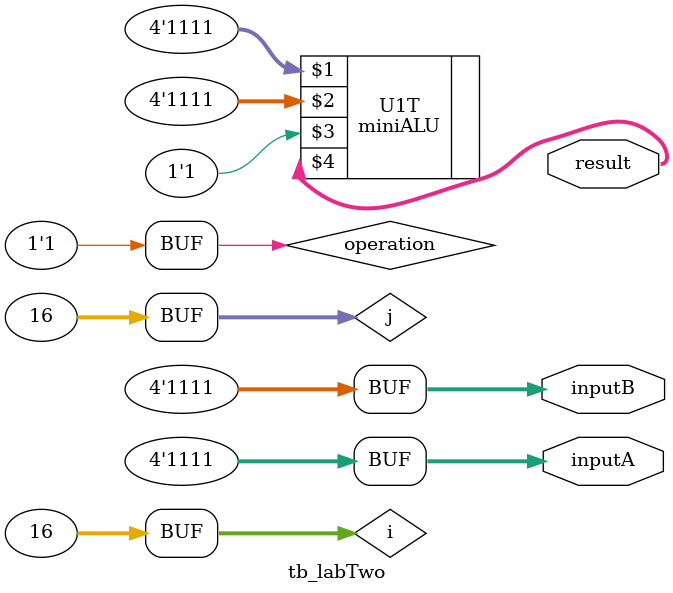
<source format=sv>
`timescale 1ns/1ns

module tb_labTwo(inputA, inputB, result);
	//This testbench should encapsulate miniALU since you will only use this testbench to test miniALU
	output reg [3:0] inputA, inputB;
	output[4:0] result;
	reg operation;
	integer i, j; //these are for the for loop to know how many iterations to go through. Integers are essentially 32 bit signed regs.

	//instantiate your miniALU with the inputs/outputs from above.
	
	
	miniALU U1T(inputA, inputB, operation, result);
	
	initial begin
		 for(i = 0; i < 16; i = i+1) begin //Looping through all possible inA values (4 bit values -> 0 through 15)
			  inputA = i;
			  /*
			  --------TO DO--------
			  1. You should loop through all possible 4 bit values using j.
			  
					2. Within the for loop, in each iteration you should:
						 3. Have a 5ns delay before doing anything 
						 4. Set inB to j and the operation to 0
						 5. Have another 5ns delay
						 6. set operation to 1
			  --------TO DO--------
			  */
			  for(j = 0; j < 16; j=j+1) begin
					#5;
					inputB =j;
					operation = 0;
					#5;
					operation = 1;
			  end
		 end
	end

endmodule
</source>
